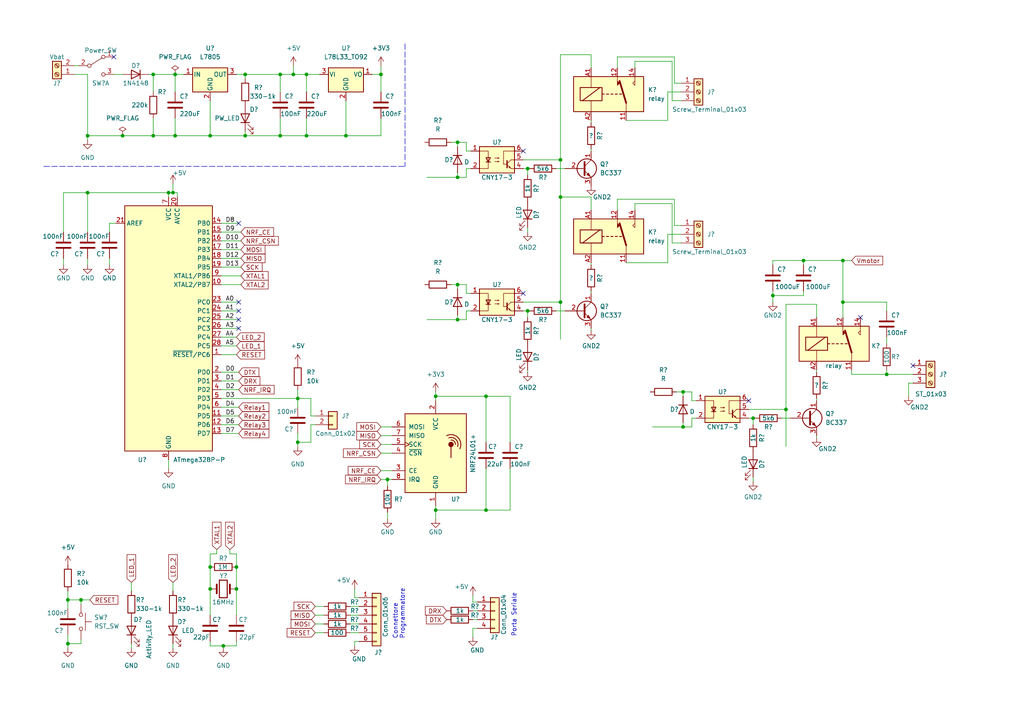
<source format=kicad_sch>
(kicad_sch (version 20211123) (generator eeschema)
  (paper "A4")
  (junction (at 68.58 170.815))
  (junction (at 257.175 108.585))
  (junction (at 162.56 87.63))
  (junction (at 112.395 139.065))
  (junction (at 48.895 55.88))
  (junction (at 19.685 186.69))
  (junction (at 162.56 46.355))
  (junction (at 218.44 121.285))
  (junction (at 126.365 147.955))
  (junction (at 44.45 21.59))
  (junction (at 81.28 21.59))
  (junction (at 132.715 41.275))
  (junction (at 132.715 51.435))
  (junction (at 88.9 39.37))
  (junction (at 153.035 48.895))
  (junction (at 100.33 39.37))
  (junction (at 227.965 118.745))
  (junction (at 85.09 21.59))
  (junction (at 244.475 75.565))
  (junction (at 198.12 113.665))
  (junction (at 60.96 170.815))
  (junction (at 140.97 147.955))
  (junction (at 71.12 39.37))
  (junction (at 140.97 114.935))
  (junction (at 224.155 85.725))
  (junction (at 162.56 57.15))
  (junction (at 132.715 92.71))
  (junction (at 60.96 39.37))
  (junction (at 44.45 39.37))
  (junction (at 81.28 39.37))
  (junction (at 153.035 90.17))
  (junction (at 50.8 21.59))
  (junction (at 110.49 21.59))
  (junction (at 244.475 87.63))
  (junction (at 86.36 115.57))
  (junction (at 23.495 173.99))
  (junction (at 35.56 39.37))
  (junction (at 50.8 39.37))
  (junction (at 198.12 123.825))
  (junction (at 68.58 164.465))
  (junction (at 88.9 21.59))
  (junction (at 25.4 39.37))
  (junction (at 233.045 75.565))
  (junction (at 132.715 82.55))
  (junction (at 50.165 55.88))
  (junction (at 64.77 187.325))
  (junction (at 25.4 55.88))
  (junction (at 19.685 173.99))
  (junction (at 60.96 164.465))
  (junction (at 71.12 21.59))
  (junction (at 86.36 128.27))
  (junction (at 126.365 114.935))
  (no_connect (at 69.215 92.71))
  (no_connect (at 69.215 64.77))
  (no_connect (at 249.555 92.075))
  (no_connect (at 264.795 106.045))
  (no_connect (at 151.765 43.815))
  (no_connect (at 217.17 116.205))
  (no_connect (at 69.215 90.17))
  (no_connect (at 33.02 16.51))
  (no_connect (at 69.215 87.63))
  (no_connect (at 69.215 95.25))
  (no_connect (at 151.765 85.09))
  (wire (pts (xy 140.97 128.27) (xy 140.97 114.935)))
  (wire (pts (xy 64.135 107.95) (xy 69.215 107.95)))
  (wire (pts (xy 60.96 39.37) (xy 60.96 29.21)))
  (wire (pts (xy 263.525 111.125) (xy 264.795 111.125)))
  (wire (pts (xy 257.175 107.315) (xy 257.175 108.585)))
  (wire (pts (xy 162.56 46.355) (xy 162.56 57.15)))
  (wire (pts (xy 64.135 90.17) (xy 69.215 90.17)))
  (wire (pts (xy 88.9 21.59) (xy 92.71 21.59)))
  (wire (pts (xy 86.36 128.27) (xy 86.36 125.73)))
  (wire (pts (xy 123.825 92.71) (xy 132.715 92.71)))
  (wire (pts (xy 25.4 67.31) (xy 25.4 55.88)))
  (wire (pts (xy 91.44 123.19) (xy 90.17 123.19)))
  (wire (pts (xy 101.6 175.895) (xy 104.14 175.895)))
  (wire (pts (xy 25.4 74.93) (xy 25.4 76.835)))
  (wire (pts (xy 68.58 160.655) (xy 68.58 164.465)))
  (wire (pts (xy 247.015 108.585) (xy 257.175 108.585)))
  (wire (pts (xy 64.135 72.39) (xy 69.85 72.39)))
  (wire (pts (xy 236.855 88.265) (xy 227.965 88.265)))
  (wire (pts (xy 171.45 19.685) (xy 171.45 15.875)))
  (wire (pts (xy 224.155 76.835) (xy 224.155 75.565)))
  (wire (pts (xy 147.955 135.89) (xy 147.955 147.955)))
  (wire (pts (xy 218.44 121.285) (xy 219.075 121.285)))
  (wire (pts (xy 136.525 43.815) (xy 135.255 43.815)))
  (wire (pts (xy 64.135 64.77) (xy 69.215 64.77)))
  (wire (pts (xy 198.12 113.665) (xy 200.66 113.665)))
  (wire (pts (xy 64.135 123.19) (xy 69.215 123.19)))
  (wire (pts (xy 130.81 41.275) (xy 132.715 41.275)))
  (wire (pts (xy 88.9 21.59) (xy 85.09 21.59)))
  (wire (pts (xy 244.475 87.63) (xy 257.175 87.63)))
  (wire (pts (xy 93.98 175.895) (xy 91.44 175.895)))
  (wire (pts (xy 247.015 108.585) (xy 247.015 107.315)))
  (wire (pts (xy 132.715 92.71) (xy 135.255 92.71)))
  (wire (pts (xy 23.495 173.99) (xy 26.035 173.99)))
  (wire (pts (xy 236.855 107.315) (xy 236.855 107.95)))
  (wire (pts (xy 44.45 34.29) (xy 44.45 39.37)))
  (wire (pts (xy 257.175 108.585) (xy 264.795 108.585)))
  (wire (pts (xy 136.525 48.895) (xy 135.255 48.895)))
  (wire (pts (xy 64.135 100.33) (xy 68.58 100.33)))
  (wire (pts (xy 224.155 84.455) (xy 224.155 85.725)))
  (wire (pts (xy 136.525 85.09) (xy 135.255 85.09)))
  (wire (pts (xy 90.17 120.65) (xy 91.44 120.65)))
  (wire (pts (xy 179.07 16.51) (xy 195.58 16.51)))
  (wire (pts (xy 25.4 39.37) (xy 35.56 39.37)))
  (wire (pts (xy 50.8 21.59) (xy 53.34 21.59)))
  (wire (pts (xy 60.96 160.655) (xy 60.96 164.465)))
  (wire (pts (xy 25.4 39.37) (xy 25.4 40.64)))
  (wire (pts (xy 135.255 82.55) (xy 135.255 85.09)))
  (wire (pts (xy 50.165 168.91) (xy 50.165 171.45)))
  (wire (pts (xy 179.07 19.685) (xy 179.07 16.51)))
  (wire (pts (xy 64.135 110.49) (xy 69.215 110.49)))
  (wire (pts (xy 33.655 64.77) (xy 31.75 64.77)))
  (wire (pts (xy 64.135 97.79) (xy 68.58 97.79)))
  (wire (pts (xy 102.87 173.355) (xy 104.14 173.355)))
  (wire (pts (xy 64.135 120.65) (xy 69.215 120.65)))
  (wire (pts (xy 195.58 16.51) (xy 195.58 24.13)))
  (wire (pts (xy 195.58 57.785) (xy 195.58 65.405)))
  (wire (pts (xy 90.17 123.19) (xy 90.17 128.27)))
  (wire (pts (xy 181.61 34.925) (xy 193.675 34.925)))
  (wire (pts (xy 244.475 87.63) (xy 244.475 92.075)))
  (wire (pts (xy 64.135 115.57) (xy 86.36 115.57)))
  (wire (pts (xy 151.765 46.355) (xy 162.56 46.355)))
  (wire (pts (xy 112.395 139.065) (xy 113.665 139.065)))
  (wire (pts (xy 126.365 150.495) (xy 126.365 147.955)))
  (wire (pts (xy 44.45 39.37) (xy 50.8 39.37)))
  (wire (pts (xy 68.58 178.435) (xy 68.58 170.815)))
  (wire (pts (xy 153.035 90.17) (xy 153.67 90.17)))
  (wire (pts (xy 171.45 34.925) (xy 171.45 35.56)))
  (wire (pts (xy 64.135 87.63) (xy 69.215 87.63)))
  (wire (pts (xy 233.045 85.725) (xy 224.155 85.725)))
  (wire (pts (xy 201.93 116.205) (xy 200.66 116.205)))
  (wire (pts (xy 153.035 92.075) (xy 153.035 90.17)))
  (wire (pts (xy 25.4 21.59) (xy 25.4 39.37)))
  (wire (pts (xy 64.135 82.55) (xy 69.85 82.55)))
  (wire (pts (xy 126.365 113.665) (xy 126.365 114.935)))
  (wire (pts (xy 130.81 82.55) (xy 132.715 82.55)))
  (wire (pts (xy 64.77 187.325) (xy 60.96 187.325)))
  (wire (pts (xy 140.97 147.955) (xy 126.365 147.955)))
  (wire (pts (xy 68.58 164.465) (xy 68.58 170.815)))
  (wire (pts (xy 31.75 74.93) (xy 31.75 76.835)))
  (wire (pts (xy 31.75 64.77) (xy 31.75 67.31)))
  (wire (pts (xy 38.1 186.69) (xy 38.1 187.96)))
  (wire (pts (xy 137.16 182.245) (xy 137.16 184.785)))
  (wire (pts (xy 100.33 29.21) (xy 100.33 39.37)))
  (wire (pts (xy 50.165 53.34) (xy 50.165 55.88)))
  (wire (pts (xy 184.15 59.055) (xy 194.945 59.055)))
  (wire (pts (xy 194.945 70.485) (xy 197.485 70.485)))
  (wire (pts (xy 193.675 67.945) (xy 193.675 76.2)))
  (wire (pts (xy 110.49 139.065) (xy 112.395 139.065)))
  (wire (pts (xy 91.44 178.435) (xy 93.98 178.435)))
  (wire (pts (xy 132.715 82.55) (xy 135.255 82.55)))
  (wire (pts (xy 171.45 60.96) (xy 171.45 57.15)))
  (wire (pts (xy 195.58 65.405) (xy 197.485 65.405)))
  (wire (pts (xy 147.955 114.935) (xy 140.97 114.935)))
  (wire (pts (xy 60.96 170.815) (xy 60.96 164.465)))
  (wire (pts (xy 151.765 48.895) (xy 153.035 48.895)))
  (wire (pts (xy 263.525 111.125) (xy 263.525 114.935)))
  (wire (pts (xy 100.33 39.37) (xy 88.9 39.37)))
  (wire (pts (xy 68.58 186.055) (xy 68.58 187.325)))
  (wire (pts (xy 197.485 67.945) (xy 193.675 67.945)))
  (wire (pts (xy 19.685 186.69) (xy 19.685 184.15)))
  (wire (pts (xy 91.44 180.975) (xy 93.98 180.975)))
  (wire (pts (xy 233.045 84.455) (xy 233.045 85.725)))
  (wire (pts (xy 244.475 75.565) (xy 244.475 87.63)))
  (wire (pts (xy 60.96 178.435) (xy 60.96 170.815)))
  (wire (pts (xy 140.97 114.935) (xy 126.365 114.935)))
  (wire (pts (xy 23.495 175.26) (xy 23.495 173.99)))
  (wire (pts (xy 50.8 39.37) (xy 60.96 39.37)))
  (wire (pts (xy 86.36 115.57) (xy 86.36 118.11)))
  (wire (pts (xy 50.8 21.59) (xy 50.8 26.67)))
  (wire (pts (xy 218.44 138.43) (xy 218.44 139.7)))
  (wire (pts (xy 48.895 57.15) (xy 48.895 55.88)))
  (wire (pts (xy 194.945 29.21) (xy 197.485 29.21)))
  (wire (pts (xy 64.135 95.25) (xy 69.215 95.25)))
  (wire (pts (xy 64.135 74.93) (xy 69.85 74.93)))
  (wire (pts (xy 102.87 187.325) (xy 102.87 186.055)))
  (wire (pts (xy 112.395 139.065) (xy 112.395 140.97)))
  (wire (pts (xy 217.17 121.285) (xy 218.44 121.285)))
  (wire (pts (xy 101.6 178.435) (xy 104.14 178.435)))
  (wire (pts (xy 197.485 26.67) (xy 193.675 26.67)))
  (wire (pts (xy 18.415 55.88) (xy 25.4 55.88)))
  (wire (pts (xy 64.135 102.87) (xy 68.58 102.87)))
  (wire (pts (xy 64.135 77.47) (xy 69.85 77.47)))
  (wire (pts (xy 137.16 172.72) (xy 137.16 174.625)))
  (wire (pts (xy 51.435 55.88) (xy 51.435 57.15)))
  (wire (pts (xy 62.865 159.385) (xy 62.865 160.655)))
  (wire (pts (xy 123.825 51.435) (xy 132.715 51.435)))
  (wire (pts (xy 60.96 39.37) (xy 71.12 39.37)))
  (wire (pts (xy 140.97 135.89) (xy 140.97 147.955)))
  (wire (pts (xy 38.1 168.91) (xy 38.1 171.45)))
  (wire (pts (xy 23.495 185.42) (xy 23.495 186.69)))
  (wire (pts (xy 132.715 50.165) (xy 132.715 51.435)))
  (wire (pts (xy 90.17 128.27) (xy 86.36 128.27)))
  (wire (pts (xy 48.895 55.88) (xy 50.165 55.88)))
  (wire (pts (xy 224.155 75.565) (xy 233.045 75.565)))
  (wire (pts (xy 184.15 60.96) (xy 184.15 59.055)))
  (wire (pts (xy 138.43 174.625) (xy 137.16 174.625)))
  (wire (pts (xy 171.45 84.455) (xy 171.45 85.09)))
  (wire (pts (xy 227.965 88.265) (xy 227.965 118.745)))
  (wire (pts (xy 110.49 26.67) (xy 110.49 21.59)))
  (wire (pts (xy 227.965 118.745) (xy 227.965 129.54)))
  (wire (pts (xy 64.135 118.11) (xy 69.215 118.11)))
  (wire (pts (xy 110.49 123.825) (xy 113.665 123.825)))
  (wire (pts (xy 64.135 69.85) (xy 69.85 69.85)))
  (wire (pts (xy 233.045 75.565) (xy 244.475 75.565)))
  (wire (pts (xy 132.715 41.275) (xy 135.255 41.275)))
  (wire (pts (xy 181.61 76.2) (xy 193.675 76.2)))
  (wire (pts (xy 68.58 160.655) (xy 66.675 160.655)))
  (wire (pts (xy 21.59 21.59) (xy 25.4 21.59)))
  (wire (pts (xy 43.18 21.59) (xy 44.45 21.59)))
  (wire (pts (xy 110.49 19.05) (xy 110.49 21.59)))
  (wire (pts (xy 71.12 39.37) (xy 81.28 39.37)))
  (wire (pts (xy 135.255 90.17) (xy 135.255 92.71)))
  (wire (pts (xy 50.165 55.88) (xy 51.435 55.88)))
  (wire (pts (xy 66.675 159.385) (xy 66.675 160.655)))
  (wire (pts (xy 101.6 183.515) (xy 104.14 183.515)))
  (wire (pts (xy 91.44 183.515) (xy 93.98 183.515)))
  (wire (pts (xy 19.685 186.69) (xy 19.685 187.96)))
  (wire (pts (xy 151.765 90.17) (xy 153.035 90.17)))
  (wire (pts (xy 48.895 133.35) (xy 48.895 135.89)))
  (wire (pts (xy 25.4 55.88) (xy 48.895 55.88)))
  (wire (pts (xy 138.43 182.245) (xy 137.16 182.245)))
  (wire (pts (xy 153.035 50.8) (xy 153.035 48.895)))
  (polyline (pts (xy 117.475 12.7) (xy 117.475 48.26)))
  (wire (pts (xy 112.395 148.59) (xy 112.395 150.495)))
  (wire (pts (xy 64.77 187.325) (xy 64.77 187.96)))
  (wire (pts (xy 194.945 17.78) (xy 194.945 29.21)))
  (wire (pts (xy 137.16 179.705) (xy 138.43 179.705)))
  (wire (pts (xy 64.135 125.73) (xy 69.215 125.73)))
  (wire (pts (xy 136.525 90.17) (xy 135.255 90.17)))
  (wire (pts (xy 135.255 48.895) (xy 135.255 51.435)))
  (wire (pts (xy 132.715 41.275) (xy 132.715 42.545)))
  (wire (pts (xy 71.12 21.59) (xy 71.12 22.86)))
  (wire (pts (xy 110.49 136.525) (xy 113.665 136.525)))
  (wire (pts (xy 88.9 39.37) (xy 81.28 39.37)))
  (wire (pts (xy 171.45 76.2) (xy 171.45 76.835)))
  (wire (pts (xy 88.9 26.67) (xy 88.9 21.59)))
  (wire (pts (xy 151.765 87.63) (xy 162.56 87.63)))
  (wire (pts (xy 195.58 24.13) (xy 197.485 24.13)))
  (wire (pts (xy 85.09 19.05) (xy 85.09 21.59)))
  (wire (pts (xy 110.49 128.905) (xy 113.665 128.905)))
  (wire (pts (xy 90.17 115.57) (xy 86.36 115.57)))
  (wire (pts (xy 85.09 21.59) (xy 81.28 21.59)))
  (wire (pts (xy 171.45 15.875) (xy 162.56 15.875)))
  (wire (pts (xy 64.135 80.01) (xy 69.85 80.01)))
  (wire (pts (xy 184.15 19.685) (xy 184.15 17.78)))
  (wire (pts (xy 102.87 170.815) (xy 102.87 173.355)))
  (wire (pts (xy 44.45 21.59) (xy 44.45 26.67)))
  (wire (pts (xy 86.36 128.27) (xy 86.36 129.54)))
  (wire (pts (xy 19.685 173.99) (xy 19.685 176.53)))
  (wire (pts (xy 137.16 177.165) (xy 138.43 177.165)))
  (wire (pts (xy 110.49 21.59) (xy 107.95 21.59)))
  (wire (pts (xy 64.135 113.03) (xy 69.215 113.03)))
  (wire (pts (xy 196.215 113.665) (xy 198.12 113.665)))
  (wire (pts (xy 200.66 113.665) (xy 200.66 116.205)))
  (wire (pts (xy 171.45 43.18) (xy 171.45 43.815)))
  (wire (pts (xy 147.955 128.27) (xy 147.955 114.935)))
  (wire (pts (xy 236.855 115.57) (xy 236.855 116.205)))
  (wire (pts (xy 161.29 48.895) (xy 163.83 48.895)))
  (wire (pts (xy 110.49 34.29) (xy 110.49 39.37)))
  (wire (pts (xy 90.17 115.57) (xy 90.17 120.65)))
  (wire (pts (xy 162.56 87.63) (xy 162.56 98.425)))
  (wire (pts (xy 102.87 186.055) (xy 104.14 186.055)))
  (wire (pts (xy 86.36 113.03) (xy 86.36 115.57)))
  (wire (pts (xy 147.955 147.955) (xy 140.97 147.955)))
  (wire (pts (xy 71.12 38.1) (xy 71.12 39.37)))
  (wire (pts (xy 23.495 173.99) (xy 19.685 173.99)))
  (wire (pts (xy 68.58 187.325) (xy 64.77 187.325)))
  (wire (pts (xy 64.135 92.71) (xy 69.215 92.71)))
  (polyline (pts (xy 12.7 48.26) (xy 117.475 48.26)))
  (wire (pts (xy 126.365 114.935) (xy 126.365 116.205)))
  (wire (pts (xy 23.495 186.69) (xy 19.685 186.69)))
  (wire (pts (xy 64.135 67.31) (xy 69.85 67.31)))
  (wire (pts (xy 135.255 41.275) (xy 135.255 43.815)))
  (wire (pts (xy 162.56 57.15) (xy 162.56 87.63)))
  (wire (pts (xy 257.175 90.17) (xy 257.175 87.63)))
  (wire (pts (xy 224.155 85.725) (xy 224.155 87.63)))
  (wire (pts (xy 179.07 60.96) (xy 179.07 57.785)))
  (wire (pts (xy 171.45 95.25) (xy 171.45 95.885)))
  (wire (pts (xy 189.23 123.825) (xy 198.12 123.825)))
  (wire (pts (xy 217.17 118.745) (xy 227.965 118.745)))
  (wire (pts (xy 233.045 75.565) (xy 233.045 76.835)))
  (wire (pts (xy 44.45 21.59) (xy 50.8 21.59)))
  (wire (pts (xy 153.035 48.895) (xy 153.67 48.895)))
  (wire (pts (xy 198.12 122.555) (xy 198.12 123.825)))
  (wire (pts (xy 132.715 51.435) (xy 135.255 51.435)))
  (wire (pts (xy 132.715 91.44) (xy 132.715 92.71)))
  (wire (pts (xy 68.58 21.59) (xy 71.12 21.59)))
  (wire (pts (xy 81.28 34.29) (xy 81.28 39.37)))
  (wire (pts (xy 21.59 19.05) (xy 22.86 19.05)))
  (wire (pts (xy 101.6 180.975) (xy 104.14 180.975)))
  (wire (pts (xy 132.715 82.55) (xy 132.715 83.82)))
  (wire (pts (xy 81.28 21.59) (xy 81.28 26.67)))
  (wire (pts (xy 71.12 21.59) (xy 81.28 21.59)))
  (wire (pts (xy 35.56 39.37) (xy 44.45 39.37)))
  (wire (pts (xy 193.675 26.67) (xy 193.675 34.925)))
  (wire (pts (xy 236.855 92.075) (xy 236.855 88.265)))
  (wire (pts (xy 171.45 57.15) (xy 162.56 57.15)))
  (wire (pts (xy 257.175 97.79) (xy 257.175 99.695)))
  (wire (pts (xy 162.56 15.875) (xy 162.56 46.355)))
  (wire (pts (xy 198.12 123.825) (xy 200.66 123.825)))
  (wire (pts (xy 153.035 66.04) (xy 153.035 67.31)))
  (wire (pts (xy 50.8 34.29) (xy 50.8 39.37)))
  (wire (pts (xy 60.96 186.055) (xy 60.96 187.325)))
  (wire (pts (xy 19.685 171.45) (xy 19.685 173.99)))
  (wire (pts (xy 200.66 121.285) (xy 200.66 123.825)))
  (wire (pts (xy 110.49 126.365) (xy 113.665 126.365)))
  (wire (pts (xy 161.29 90.17) (xy 163.83 90.17)))
  (wire (pts (xy 244.475 75.565) (xy 247.015 75.565)))
  (wire (pts (xy 201.93 121.285) (xy 200.66 121.285)))
  (wire (pts (xy 194.945 59.055) (xy 194.945 70.485)))
  (wire (pts (xy 126.365 147.955) (xy 126.365 146.685)))
  (wire (pts (xy 33.02 21.59) (xy 35.56 21.59)))
  (wire (pts (xy 218.44 123.19) (xy 218.44 121.285)))
  (wire (pts (xy 236.855 127) (xy 236.855 126.365)))
  (wire (pts (xy 110.49 131.445) (xy 113.665 131.445)))
  (wire (pts (xy 198.12 113.665) (xy 198.12 114.935)))
  (wire (pts (xy 18.415 67.31) (xy 18.415 55.88)))
  (wire (pts (xy 62.865 160.655) (xy 60.96 160.655)))
  (wire (pts (xy 184.15 17.78) (xy 194.945 17.78)))
  (wire (pts (xy 18.415 74.93) (xy 18.415 76.835)))
  (wire (pts (xy 110.49 39.37) (xy 100.33 39.37)))
  (wire (pts (xy 226.695 121.285) (xy 229.235 121.285)))
  (wire (pts (xy 50.165 186.69) (xy 50.165 187.96)))
  (wire (pts (xy 88.9 34.29) (xy 88.9 39.37)))
  (wire (pts (xy 179.07 57.785) (xy 195.58 57.785)))
  (wire (pts (xy 153.035 107.95) (xy 153.035 107.315)))
  (text "Porta Seriale\n" (at 149.86 184.785 90) (effects (font (size 1.27 1.27)) (justify left bottom)))
  (text "Connettore \nProgrammatore" (at 117.475 185.42 90) (effects (font (size 1.27 1.27)) (justify left bottom)))
  (label "D11" (at 65.405 72.39 0))
  (label "D12" (at 65.405 74.93 0))
  (label "A2" (at 65.405 92.71 0))
  (label "D8" (at 65.405 64.77 0))
  (label "A5" (at 65.405 100.33 0))
  (label "D3" (at 65.405 115.57 0))
  (label "D4" (at 65.405 118.11 0))
  (label "D7" (at 65.405 125.73 0))
  (label "D10" (at 65.405 69.85 0))
  (label "D1" (at 65.405 110.49 0))
  (label "D2" (at 65.405 113.03 0))
  (label "D6" (at 65.405 123.19 0))
  (label "D13" (at 65.405 77.47 0))
  (label "A3" (at 65.405 95.25 0))
  (label "D5" (at 65.405 120.65 0))
  (label "D9" (at 65.405 67.31 0))
  (label "A0" (at 65.405 87.63 0))
  (label "D0" (at 65.405 107.95 0))
  (label "A4" (at 65.405 97.79 0))
  (label "A1" (at 65.405 90.17 0))
  (global_label "XTAL2" (shape input) (at 69.85 82.55 0) (property "Intersheet References" "${INTERSHEET_REFS}" (effects hide)))
  (global_label "Relay4" (shape input) (at 69.215 125.73 0) (property "Intersheet References" "${INTERSHEET_REFS}" (effects hide)))
  (global_label "SCK" (shape input) (at 69.85 77.47 0) (property "Intersheet References" "${INTERSHEET_REFS}" (effects hide)))
  (global_label "Relay2" (shape input) (at 69.215 120.65 0) (property "Intersheet References" "${INTERSHEET_REFS}" (effects hide)))
  (global_label "NRF_CSN" (shape input) (at 69.85 69.85 0) (property "Intersheet References" "${INTERSHEET_REFS}" (effects hide)))
  (global_label "SCK" (shape input) (at 110.49 128.905 180) (property "Intersheet References" "${INTERSHEET_REFS}" (effects hide)))
  (global_label "LED_1" (shape input) (at 38.1 168.91 90) (property "Intersheet References" "${INTERSHEET_REFS}" (effects hide)))
  (global_label "XTAL2" (shape input) (at 66.675 159.385 90) (property "Intersheet References" "${INTERSHEET_REFS}" (effects hide)))
  (global_label "MOSI" (shape input) (at 69.85 72.39 0) (property "Intersheet References" "${INTERSHEET_REFS}" (effects hide)))
  (global_label "Relay1" (shape input) (at 69.215 118.11 0) (property "Intersheet References" "${INTERSHEET_REFS}" (effects hide)))
  (global_label "MISO" (shape input) (at 110.49 126.365 180) (property "Intersheet References" "${INTERSHEET_REFS}" (effects hide)))
  (global_label "DRX" (shape input) (at 129.54 177.165 180) (property "Intersheet References" "${INTERSHEET_REFS}" (effects hide)))
  (global_label "MISO" (shape input) (at 91.44 178.435 180) (property "Intersheet References" "${INTERSHEET_REFS}" (effects hide)))
  (global_label "RESET" (shape input) (at 26.035 173.99 0) (property "Intersheet References" "${INTERSHEET_REFS}" (effects hide)))
  (global_label "RESET" (shape input) (at 68.58 102.87 0) (property "Intersheet References" "${INTERSHEET_REFS}" (effects hide)))
  (global_label "XTAL1" (shape input) (at 69.85 80.01 0) (property "Intersheet References" "${INTERSHEET_REFS}" (effects hide)))
  (global_label "MISO" (shape input) (at 69.85 74.93 0) (property "Intersheet References" "${INTERSHEET_REFS}" (effects hide)))
  (global_label "DTX" (shape input) (at 69.215 107.95 0) (property "Intersheet References" "${INTERSHEET_REFS}" (effects hide)))
  (global_label "Relay3" (shape input) (at 69.215 123.19 0) (property "Intersheet References" "${INTERSHEET_REFS}" (effects hide)))
  (global_label "NRF_IRQ" (shape input) (at 110.49 139.065 180) (property "Intersheet References" "${INTERSHEET_REFS}" (effects hide)))
  (global_label "NRF_CSN" (shape input) (at 110.49 131.445 180) (property "Intersheet References" "${INTERSHEET_REFS}" (effects hide)))
  (global_label "MOSI" (shape input) (at 110.49 123.825 180) (property "Intersheet References" "${INTERSHEET_REFS}" (effects hide)))
  (global_label "NRF_CE" (shape input) (at 69.85 67.31 0) (property "Intersheet References" "${INTERSHEET_REFS}" (effects hide)))
  (global_label "NRF_CE" (shape input) (at 110.49 136.525 180) (property "Intersheet References" "${INTERSHEET_REFS}" (effects hide)))
  (global_label "LED_2" (shape input) (at 68.58 97.79 0) (property "Intersheet References" "${INTERSHEET_REFS}" (effects hide)))
  (global_label "LED_2" (shape input) (at 50.165 168.91 90) (property "Intersheet References" "${INTERSHEET_REFS}" (effects hide)))
  (global_label "DRX" (shape input) (at 69.215 110.49 0) (property "Intersheet References" "${INTERSHEET_REFS}" (effects hide)))
  (global_label "XTAL1" (shape input) (at 62.865 159.385 90) (property "Intersheet References" "${INTERSHEET_REFS}" (effects hide)))
  (global_label "RESET" (shape input) (at 91.44 183.515 180) (property "Intersheet References" "${INTERSHEET_REFS}" (effects hide)))
  (global_label "Vmotor" (shape input) (at 247.015 75.565 0) (property "Intersheet References" "${INTERSHEET_REFS}" (effects hide)))
  (global_label "DTX" (shape input) (at 129.54 179.705 180) (property "Intersheet References" "${INTERSHEET_REFS}" (effects hide)))
  (global_label "MOSI" (shape input) (at 91.44 180.975 180) (property "Intersheet References" "${INTERSHEET_REFS}" (effects hide)))
  (global_label "LED_1" (shape input) (at 68.58 100.33 0) (property "Intersheet References" "${INTERSHEET_REFS}" (effects hide)))
  (global_label "NRF_IRQ" (shape input) (at 69.215 113.03 0) (property "Intersheet References" "${INTERSHEET_REFS}" (effects hide)))
  (global_label "SCK" (shape input) (at 91.44 175.895 180) (property "Intersheet References" "${INTERSHEET_REFS}" (effects hide)))
  (symbol (lib_id "Connector_Generic:Conn_01x02") (at 96.52 120.65 0) (unit 1)
    (property "Reference" "J?" (at 99.06 120.6499 0) (effects (justify left)))
    (property "Value" "Conn_01x02" (at 91.44 125.73 0) (effects (justify left)))
  )
  (symbol (lib_id "power:GND") (at 50.165 187.96 0) (unit 1)
    (property "Reference" "#PWR?" (effects hide))
    (property "Value" "GND" (at 50.165 193.04 0))
  )
  (symbol (lib_id "Device:R") (at 153.035 54.61 180) (unit 1)
    (property "Reference" "R?" (at 155.575 54.61 90))
    (property "Value" "1k" (at 153.035 54.61 90))
  )
  (symbol (lib_id "power:GND") (at 64.77 187.96 0) (unit 1)
    (property "Reference" "#PWR?" (effects hide))
    (property "Value" "GND" (at 64.77 193.04 0))
  )
  (symbol (lib_id "Device:D") (at 132.715 46.355 270) (unit 1)
    (property "Reference" "D?" (at 128.905 46.355 90) (effects (justify left)))
    (property "Value" "D" (at 134.62 46.99 90) (effects (justify left)))
  )
  (symbol (lib_id "Transistor_BJT:BC337") (at 234.315 121.285 0) (unit 1)
    (property "Reference" "Q?" (at 239.395 120.0149 0) (effects (justify left)))
    (property "Value" "BC337" (at 239.395 122.5549 0) (effects (justify left)))
    (property "Footprint" "Package_TO_SOT_THT:TO-92_Inline" (effects hide))
    (property "Datasheet" "https://diotec.com/tl_files/diotec/files/pdf/datasheets/bc337.pdf" (effects hide))
  )
  (symbol (lib_id "Isolator:CNY17-3") (at 144.145 87.63 0) (unit 1)
    (property "Reference" "U?" (at 144.145 82.55 0))
    (property "Value" "CNY17-3" (at 144.145 92.71 0))
    (property "Datasheet" "http://www.vishay.com/docs/83606/cny17.pdf" (effects hide))
  )
  (symbol (lib_id "Device:R") (at 192.405 113.665 90) (unit 1)
    (property "Reference" "R?" (at 192.405 107.315 90))
    (property "Value" "R" (at 192.405 109.855 90))
  )
  (symbol (lib_id "Regulator_Linear:L7805") (at 60.96 21.59 0) (unit 1)
    (property "Reference" "U?" (at 60.96 13.97 0))
    (property "Value" "L7805" (at 60.96 16.51 0))
    (property "Footprint" "Package_TO_SOT_THT:TO-220-3_Horizontal_TabDown" (effects hide))
    (property "Datasheet" "http://www.st.com/content/ccc/resource/technical/document/datasheet/41/4f/b3/b0/12/d4/47/88/CD00000444.pdf/files/CD00000444.pdf/jcr:content/translations/en.CD00000444.pdf" (effects hide))
  )
  (symbol (lib_id "Device:R") (at 64.77 164.465 90) (mirror x) (unit 1)
    (property "Reference" "R?" (at 66.04 161.925 90) (effects (justify left)))
    (property "Value" "1M" (at 66.04 164.465 90) (effects (justify left)))
    (property "Footprint" "Resistor_THT:R_Axial_DIN0207_L6.3mm_D2.5mm_P10.16mm_Horizontal" (effects hide))
  )
  (symbol (lib_id "power:GND2") (at 171.45 95.885 0) (unit 1)
    (property "Reference" "#PWR?" (effects hide))
    (property "Value" "GND2" (at 171.45 100.33 0))
  )
  (symbol (lib_id "Device:C") (at 60.96 182.245 180) (unit 1)
    (property "Reference" "C?" (at 62.865 179.705 0))
    (property "Value" "22pF" (at 58.42 184.785 0))
    (property "Footprint" "Capacitor_THT:C_Disc_D7.0mm_W2.5mm_P5.00mm" (effects hide))
  )
  (symbol (lib_id "Device:C") (at 257.175 93.98 0) (unit 1)
    (property "Reference" "C?" (at 258.445 91.44 0) (effects (justify left)))
    (property "Value" "100nF" (at 257.175 96.52 0) (effects (justify left)))
    (property "Footprint" "Capacitor_THT:C_Disc_D7.0mm_W2.5mm_P5.00mm" (effects hide))
  )
  (symbol (lib_id "power:GND2") (at 236.855 127 0) (unit 1)
    (property "Reference" "#PWR?" (effects hide))
    (property "Value" "GND2" (at 240.03 130.175 0))
  )
  (symbol (lib_id "Device:C") (at 68.58 182.245 180) (unit 1)
    (property "Reference" "C?" (at 70.485 179.705 0))
    (property "Value" "22pF" (at 71.755 184.785 0))
    (property "Footprint" "Capacitor_THT:C_Disc_D7.0mm_W2.5mm_P5.00mm" (effects hide))
  )
  (symbol (lib_id "Relay:FINDER-40.41") (at 176.53 27.305 0) (unit 1)
    (property "Reference" "K?" (at 187.96 26.0349 0) (effects (justify left)))
    (property "Value" "relay" (at 187.96 28.5749 0) (effects (justify left)))
    (property "Footprint" "Relay_THT:Relay_SPDT_Finder_40.41" (effects hide))
    (property "Datasheet" "https://www.finder-relais.net/de/finder-relais-serie-40.pdf" (effects hide))
  )
  (symbol (lib_id "Connector_Generic:Conn_01x06") (at 109.22 178.435 0) (unit 1)
    (property "Reference" "J?" (at 108.585 189.23 0) (effects (justify left)))
    (property "Value" "Conn_01x06" (at 111.76 184.785 90) (effects (justify left)))
  )
  (symbol (lib_id "Device:C") (at 81.28 30.48 0) (unit 1)
    (property "Reference" "C?" (at 82.55 27.94 0) (effects (justify left)))
    (property "Value" "100nF" (at 81.28 33.02 0) (effects (justify left)))
    (property "Footprint" "Capacitor_THT:C_Disc_D7.0mm_W2.5mm_P5.00mm" (effects hide))
  )
  (symbol (lib_id "RF:NRF24L01_Breakout") (at 126.365 131.445 0) (unit 1)
    (property "Reference" "U?" (at 130.81 144.78 0) (effects (justify left)))
    (property "Value" "NRF24L01+" (at 137.16 137.16 90) (effects (justify left)))
    (property "Footprint" "RF_Module:nRF24L01_Breakout" (effects hide))
    (property "Datasheet" "http://www.nordicsemi.com/eng/content/download/2730/34105/file/nRF24L01_Product_Specification_v2_0.pdf" (effects hide))
  )
  (symbol (lib_id "power:+5V") (at 102.87 170.815 0) (unit 1)
    (property "Reference" "#PWR?" (effects hide))
    (property "Value" "+5V" (at 101.6 168.275 0) (effects (justify right)))
  )
  (symbol (lib_id "Device:C") (at 18.415 71.12 180) (unit 1)
    (property "Reference" "C?" (at 17.145 73.66 0) (effects (justify left)))
    (property "Value" "100nF" (at 18.415 68.58 0) (effects (justify left)))
    (property "Footprint" "Capacitor_THT:C_Disc_D7.0mm_W2.5mm_P5.00mm" (effects hide))
  )
  (symbol (lib_id "power:GND") (at 25.4 40.64 0) (unit 1)
    (property "Reference" "#PWR?" (effects hide))
    (property "Value" "GND" (at 25.4 45.72 0))
  )
  (symbol (lib_id "Device:R") (at 171.45 39.37 180) (unit 1)
    (property "Reference" "R?" (at 173.99 39.37 90))
    (property "Value" "?" (at 171.45 39.37 0))
  )
  (symbol (lib_id "power:GND") (at 126.365 150.495 0) (unit 1)
    (property "Reference" "#PWR?" (effects hide))
    (property "Value" "GND" (at 126.365 154.305 0))
  )
  (symbol (lib_id "power:GND") (at 48.895 135.89 0) (unit 1)
    (property "Reference" "#PWR?" (effects hide))
    (property "Value" "GND" (at 48.895 140.97 0))
  )
  (symbol (lib_id "Regulator_Linear:L78L33_TO92") (at 100.33 21.59 0) (unit 1)
    (property "Reference" "U?" (at 100.33 13.97 0))
    (property "Value" "L78L33_TO92" (at 100.33 16.51 0))
    (property "Footprint" "Package_TO_SOT_THT:TO-92_Inline" (effects hide))
    (property "Datasheet" "http://www.st.com/content/ccc/resource/technical/document/datasheet/15/55/e5/aa/23/5b/43/fd/CD00000446.pdf/files/CD00000446.pdf/jcr:content/translations/en.CD00000446.pdf" (effects hide))
  )
  (symbol (lib_id "Device:R") (at 171.45 80.645 180) (unit 1)
    (property "Reference" "R?" (at 173.99 80.645 90))
    (property "Value" "?" (at 171.45 80.645 0))
  )
  (symbol (lib_id "Connector_Generic:Conn_01x04") (at 143.51 177.165 0) (unit 1)
    (property "Reference" "J?" (at 142.24 184.785 0) (effects (justify left)))
    (property "Value" "Conn_01x04" (at 146.05 184.15 90) (effects (justify left)))
  )
  (symbol (lib_id "Switch:SW_DPDT_x2") (at 27.94 19.05 0) (unit 1)
    (property "Reference" "SW?" (at 29.21 24.13 0))
    (property "Value" "Power_SW" (at 29.21 14.605 0))
    (property "Footprint" "Button_Switch_THT:SW_CuK_JS202011CQN_DPDT_Straight" (effects hide))
  )
  (symbol (lib_id "Device:C") (at 86.36 121.92 180) (unit 1)
    (property "Reference" "C?" (at 85.09 124.46 0) (effects (justify left)))
    (property "Value" "100nF" (at 86.36 119.38 0) (effects (justify left)))
    (property "Footprint" "Capacitor_THT:C_Disc_D7.0mm_W2.5mm_P5.00mm" (effects hide))
  )
  (symbol (lib_id "Device:R") (at 50.165 175.26 0) (unit 1)
    (property "Reference" "R?" (at 51.435 173.99 0) (effects (justify left)))
    (property "Value" "330-1k" (at 51.435 176.53 0) (effects (justify left)))
    (property "Footprint" "Resistor_THT:R_Axial_DIN0207_L6.3mm_D2.5mm_P10.16mm_Horizontal" (effects hide))
  )
  (symbol (lib_id "Device:R") (at 86.36 109.22 0) (unit 1)
    (property "Reference" "R?" (at 88.9 107.9499 0) (effects (justify left)))
    (property "Value" "10k" (at 88.9 110.4899 0) (effects (justify left)))
    (property "Footprint" "Resistor_THT:R_Axial_DIN0207_L6.3mm_D2.5mm_P10.16mm_Horizontal" (effects hide))
  )
  (symbol (lib_id "Device:R") (at 97.79 183.515 90) (unit 1)
    (property "Reference" "R?" (at 104.14 182.245 90) (effects (justify left)))
    (property "Value" "100" (at 99.695 183.515 90) (effects (justify left)))
    (property "Footprint" "Resistor_THT:R_Axial_DIN0207_L6.3mm_D2.5mm_P10.16mm_Horizontal" (effects hide))
  )
  (symbol (lib_id "power:+5V") (at 85.09 19.05 0) (unit 1)
    (property "Reference" "#PWR?" (effects hide))
    (property "Value" "+5V" (at 85.09 13.97 0))
  )
  (symbol (lib_id "Transistor_BJT:BC337") (at 168.91 48.895 0) (unit 1)
    (property "Reference" "Q?" (at 173.99 47.6249 0) (effects (justify left)))
    (property "Value" "BC337" (at 173.99 50.1649 0) (effects (justify left)))
    (property "Footprint" "Package_TO_SOT_THT:TO-92_Inline" (effects hide))
    (property "Datasheet" "https://diotec.com/tl_files/diotec/files/pdf/datasheets/bc337.pdf" (effects hide))
  )
  (symbol (lib_id "Isolator:CNY17-3") (at 144.145 46.355 0) (unit 1)
    (property "Reference" "U?" (at 144.145 41.275 0))
    (property "Value" "CNY17-3" (at 144.145 51.435 0))
    (property "Datasheet" "http://www.vishay.com/docs/83606/cny17.pdf" (effects hide))
  )
  (symbol (lib_id "power:GND") (at 102.87 187.325 0) (unit 1)
    (property "Reference" "#PWR?" (effects hide))
    (property "Value" "GND" (at 104.14 191.135 0))
  )
  (symbol (lib_id "power:GND2") (at 263.525 114.935 0) (unit 1)
    (property "Reference" "#PWR?" (effects hide))
    (property "Value" "GND2" (at 266.7 118.11 0))
  )
  (symbol (lib_id "Device:R") (at 157.48 48.895 90) (unit 1)
    (property "Reference" "R?" (at 157.48 51.435 90))
    (property "Value" "5k6" (at 157.48 48.895 90))
  )
  (symbol (lib_id "Device:LED") (at 153.035 103.505 270) (mirror x) (unit 1)
    (property "Reference" "D?" (at 155.575 103.505 0))
    (property "Value" "LED" (at 150.495 102.87 0))
  )
  (symbol (lib_id "Device:R") (at 257.175 103.505 180) (unit 1)
    (property "Reference" "R?" (at 260.985 103.505 0) (effects (justify left)))
    (property "Value" "100" (at 257.175 101.6 90) (effects (justify left)))
    (property "Footprint" "Resistor_THT:R_Axial_DIN0207_L6.3mm_D2.5mm_P10.16mm_Horizontal" (effects hide))
  )
  (symbol (lib_id "Device:C") (at 224.155 80.645 0) (unit 1)
    (property "Reference" "C?" (at 225.425 78.105 0) (effects (justify left)))
    (property "Value" "1000uF" (at 224.79 83.185 0) (effects (justify left)))
    (property "Footprint" "Capacitor_THT:C_Disc_D7.0mm_W2.5mm_P5.00mm" (effects hide))
  )
  (symbol (lib_id "power:PWR_FLAG") (at 35.56 39.37 0) (unit 1)
    (property "Reference" "#FLG?" (effects hide))
    (property "Value" "PWR_FLAG" (at 35.56 34.29 0))
  )
  (symbol (lib_id "Device:R") (at 19.685 167.64 0) (unit 1)
    (property "Reference" "R?" (at 22.225 166.3699 0) (effects (justify left)))
    (property "Value" "10k" (at 22.225 168.9099 0) (effects (justify left)))
    (property "Footprint" "Resistor_THT:R_Axial_DIN0207_L6.3mm_D2.5mm_P10.16mm_Horizontal" (effects hide))
  )
  (symbol (lib_id "Relay:FINDER-40.41") (at 241.935 99.695 0) (unit 1)
    (property "Reference" "K?" (at 252.73 100.33 0) (effects (justify left)))
    (property "Value" "relay" (at 239.395 106.045 0) (effects (justify left)))
    (property "Footprint" "Relay_THT:Relay_SPDT_Finder_40.41" (effects hide))
    (property "Datasheet" "https://www.finder-relais.net/de/finder-relais-serie-40.pdf" (effects hide))
  )
  (symbol (lib_id "power:GND2") (at 218.44 139.7 0) (unit 1)
    (property "Reference" "#PWR?" (effects hide))
    (property "Value" "GND2" (at 218.44 144.145 0))
  )
  (symbol (lib_id "power:GND") (at 86.36 129.54 0) (unit 1)
    (property "Reference" "#PWR?" (effects hide))
    (property "Value" "GND" (at 86.36 134.62 0))
  )
  (symbol (lib_id "Device:LED") (at 153.035 62.23 270) (mirror x) (unit 1)
    (property "Reference" "D?" (at 155.575 62.23 0))
    (property "Value" "LED" (at 150.495 61.595 0))
  )
  (symbol (lib_id "Device:R") (at 127 82.55 90) (unit 1)
    (property "Reference" "R?" (at 127 76.2 90))
    (property "Value" "R" (at 127 78.74 90))
  )
  (symbol (lib_id "Connector:Screw_Terminal_01x03") (at 202.565 26.67 0) (unit 1)
    (property "Reference" "J?" (at 205.105 26.67 0) (effects (justify left)))
    (property "Value" "Screw_Terminal_01x03" (at 194.945 31.75 0) (effects (justify left)))
  )
  (symbol (lib_id "Diode:1N4148") (at 39.37 21.59 180) (unit 1)
    (property "Reference" "D?" (at 39.37 19.05 0))
    (property "Value" "1N4148" (at 39.37 24.13 0))
    (property "Footprint" "Diode_THT:D_DO-35_SOD27_P7.62mm_Horizontal" (effects hide))
    (property "Datasheet" "https://assets.nexperia.com/documents/data-sheet/1N4148_1N4448.pdf" (effects hide))
  )
  (symbol (lib_id "power:GND") (at 137.16 184.785 0) (unit 1)
    (property "Reference" "#PWR?" (effects hide))
    (property "Value" "GND" (at 138.43 188.595 0))
  )
  (symbol (lib_id "Device:R") (at 222.885 121.285 90) (unit 1)
    (property "Reference" "R?" (at 222.885 123.825 90))
    (property "Value" "5k6" (at 222.885 121.285 90))
  )
  (symbol (lib_id "power:GND2") (at 153.035 107.95 0) (unit 1)
    (property "Reference" "#PWR?" (effects hide))
    (property "Value" "GND2" (at 153.035 112.395 0))
  )
  (symbol (lib_id "Device:C") (at 31.75 71.12 180) (unit 1)
    (property "Reference" "C?" (at 30.48 73.66 0) (effects (justify left)))
    (property "Value" "100nF" (at 31.75 68.58 0) (effects (justify left)))
    (property "Footprint" "Capacitor_THT:C_Disc_D7.0mm_W2.5mm_P5.00mm" (effects hide))
  )
  (symbol (lib_id "Device:LED") (at 50.165 182.88 90) (unit 1)
    (property "Reference" "D?" (at 51.435 180.34 90) (effects (justify right)))
    (property "Value" "LED" (at 52.705 182.88 90) (effects (justify right)))
    (property "Footprint" "LED_THT:LED_D3.0mm" (effects hide))
  )
  (symbol (lib_id "Transistor_BJT:BC337") (at 168.91 90.17 0) (unit 1)
    (property "Reference" "Q?" (at 173.99 88.8999 0) (effects (justify left)))
    (property "Value" "BC337" (at 173.99 91.4399 0) (effects (justify left)))
    (property "Footprint" "Package_TO_SOT_THT:TO-92_Inline" (effects hide))
    (property "Datasheet" "https://diotec.com/tl_files/diotec/files/pdf/datasheets/bc337.pdf" (effects hide))
  )
  (symbol (lib_id "Device:R") (at 157.48 90.17 90) (unit 1)
    (property "Reference" "R?" (at 157.48 92.71 90))
    (property "Value" "5k6" (at 157.48 90.17 90))
  )
  (symbol (lib_id "Switch:SW_MEC_5G") (at 23.495 180.34 270) (unit 1)
    (property "Reference" "SW?" (at 27.305 179.0699 90) (effects (justify left)))
    (property "Value" "RST_SW" (at 27.305 181.6099 90) (effects (justify left)))
    (property "Footprint" "Button_Switch_THT:SW_Tactile_Straight_KSL0Axx1LFTR" (effects hide))
    (property "Datasheet" "http://www.apem.com/int/index.php?controller=attachment&id_attachment=488" (effects hide))
  )
  (symbol (lib_id "power:GND") (at 19.685 187.96 0) (unit 1)
    (property "Reference" "#PWR?" (effects hide))
    (property "Value" "GND" (at 19.685 193.04 0))
  )
  (symbol (lib_id "Device:C") (at 110.49 30.48 0) (unit 1)
    (property "Reference" "C?" (at 111.76 27.94 0) (effects (justify left)))
    (property "Value" "100nF" (at 110.49 33.02 0) (effects (justify left)))
    (property "Footprint" "Capacitor_THT:C_Disc_D7.0mm_W2.5mm_P5.00mm" (effects hide))
  )
  (symbol (lib_id "Device:Crystal") (at 64.77 170.815 0) (unit 1)
    (property "Reference" "Y?" (at 66.04 167.005 0) (effects (justify right)))
    (property "Value" "16MHz" (at 67.945 174.625 0) (effects (justify right)))
    (property "Footprint" "Crystal:Crystal_HC18-U_Vertical" (effects hide))
  )
  (symbol (lib_id "power:GND2") (at 224.155 87.63 0) (unit 1)
    (property "Reference" "#PWR?" (effects hide))
    (property "Value" "GND2" (at 224.155 91.44 0))
  )
  (symbol (lib_id "Connector:Screw_Terminal_01x03") (at 269.875 108.585 0) (unit 1)
    (property "Reference" "J?" (at 272.415 108.585 0) (effects (justify left)))
    (property "Value" "ST_01x03" (at 265.43 114.3 0) (effects (justify left)))
  )
  (symbol (lib_id "Device:R") (at 97.79 178.435 90) (unit 1)
    (property "Reference" "R?" (at 104.14 177.165 90) (effects (justify left)))
    (property "Value" "1k" (at 99.06 178.435 90) (effects (justify left)))
    (property "Footprint" "Resistor_THT:R_Axial_DIN0207_L6.3mm_D2.5mm_P10.16mm_Horizontal" (effects hide))
  )
  (symbol (lib_id "Device:D") (at 132.715 87.63 270) (unit 1)
    (property "Reference" "D?" (at 128.905 87.63 90) (effects (justify left)))
    (property "Value" "D" (at 134.62 88.265 90) (effects (justify left)))
  )
  (symbol (lib_id "power:+5V") (at 19.685 163.83 0) (unit 1)
    (property "Reference" "#PWR?" (effects hide))
    (property "Value" "+5V" (at 19.685 158.75 0))
  )
  (symbol (lib_id "Device:R") (at 127 41.275 90) (unit 1)
    (property "Reference" "R?" (at 127 34.925 90))
    (property "Value" "R" (at 127 37.465 90))
  )
  (symbol (lib_id "Device:LED") (at 71.12 34.29 90) (unit 1)
    (property "Reference" "D?" (at 72.39 31.75 90) (effects (justify right)))
    (property "Value" "PW_LED" (at 62.23 34.29 90) (effects (justify right)))
    (property "Footprint" "LED_THT:LED_D3.0mm" (effects hide))
  )
  (symbol (lib_id "Device:D") (at 198.12 118.745 270) (unit 1)
    (property "Reference" "D?" (at 194.31 118.745 90) (effects (justify left)))
    (property "Value" "D" (at 200.025 119.38 90) (effects (justify left)))
  )
  (symbol (lib_id "power:+5V") (at 50.165 53.34 0) (unit 1)
    (property "Reference" "#PWR?" (effects hide))
    (property "Value" "+5V" (at 52.07 50.165 0))
  )
  (symbol (lib_id "Device:R") (at 38.1 175.26 0) (unit 1)
    (property "Reference" "R?" (at 39.37 173.99 0) (effects (justify left)))
    (property "Value" "330-1k" (at 39.37 176.53 0) (effects (justify left)))
    (property "Footprint" "Resistor_THT:R_Axial_DIN0207_L6.3mm_D2.5mm_P10.16mm_Horizontal" (effects hide))
  )
  (symbol (lib_id "Device:LED") (at 38.1 182.88 90) (unit 1)
    (property "Reference" "D?" (at 38.735 179.705 90) (effects (justify right)))
    (property "Value" "Activity_LED" (at 43.18 179.705 0) (effects (justify right)))
    (property "Footprint" "LED_THT:LED_D3.0mm" (effects hide))
  )
  (symbol (lib_id "Connector:Screw_Terminal_01x02") (at 16.51 21.59 180) (unit 1)
    (property "Reference" "J?" (at 16.51 24.13 0))
    (property "Value" "Vbat" (at 16.51 16.51 0))
    (property "Footprint" "TerminalBlock:TerminalBlock_Altech_AK300-2_P5.00mm" (effects hide))
  )
  (symbol (lib_id "Device:C") (at 25.4 71.12 180) (unit 1)
    (property "Reference" "C?" (at 24.13 73.66 0) (effects (justify left)))
    (property "Value" "100nF" (at 25.4 68.58 0) (effects (justify left)))
    (property "Footprint" "Capacitor_THT:C_Disc_D7.0mm_W2.5mm_P5.00mm" (effects hide))
  )
  (symbol (lib_id "power:GND2") (at 153.035 67.31 0) (unit 1)
    (property "Reference" "#PWR?" (effects hide))
    (property "Value" "GND2" (at 153.035 71.755 0))
  )
  (symbol (lib_id "power:+3.3V") (at 126.365 113.665 0) (unit 1)
    (property "Reference" "#PWR?" (effects hide))
    (property "Value" "+3.3V" (at 126.365 108.585 0))
  )
  (symbol (lib_id "power:GND") (at 112.395 150.495 0) (unit 1)
    (property "Reference" "#PWR?" (effects hide))
    (property "Value" "GND" (at 112.395 154.305 0))
  )
  (symbol (lib_id "Device:R") (at 236.855 111.76 180) (unit 1)
    (property "Reference" "R?" (at 239.395 111.76 90))
    (property "Value" "?" (at 236.855 111.76 0))
  )
  (symbol (lib_id "Device:R") (at 97.79 175.895 90) (unit 1)
    (property "Reference" "R?" (at 104.14 174.625 90) (effects (justify left)))
    (property "Value" "1k" (at 99.06 175.895 90) (effects (justify left)))
    (property "Footprint" "Resistor_THT:R_Axial_DIN0207_L6.3mm_D2.5mm_P10.16mm_Horizontal" (effects hide))
  )
  (symbol (lib_id "Device:R") (at 44.45 30.48 0) (unit 1)
    (property "Reference" "R?" (at 45.72 26.67 0) (effects (justify left)))
    (property "Value" "220k" (at 38.1 30.48 0) (effects (justify left)))
    (property "Footprint" "Resistor_THT:R_Axial_DIN0207_L6.3mm_D2.5mm_P10.16mm_Horizontal" (effects hide))
  )
  (symbol (lib_id "power:+3.3V") (at 110.49 19.05 0) (unit 1)
    (property "Reference" "#PWR?" (effects hide))
    (property "Value" "+3.3V" (at 110.49 13.97 0))
  )
  (symbol (lib_id "Device:LED") (at 218.44 134.62 270) (mirror x) (unit 1)
    (property "Reference" "D?" (at 220.98 134.62 0))
    (property "Value" "LED" (at 215.9 133.985 0))
  )
  (symbol (lib_id "Device:R") (at 133.35 177.165 90) (unit 1)
    (property "Reference" "R?" (at 139.065 175.895 90) (effects (justify left)))
    (property "Value" "1k" (at 134.62 177.165 90) (effects (justify left)))
    (property "Footprint" "Resistor_THT:R_Axial_DIN0207_L6.3mm_D2.5mm_P10.16mm_Horizontal" (effects hide))
  )
  (symbol (lib_id "power:PWR_FLAG") (at 50.8 21.59 0) (unit 1)
    (property "Reference" "#FLG?" (effects hide))
    (property "Value" "PWR_FLAG" (at 50.8 16.51 0))
  )
  (symbol (lib_id "power:+5V") (at 137.16 172.72 0) (unit 1)
    (property "Reference" "#PWR?" (effects hide))
    (property "Value" "+5V" (at 135.89 170.18 0) (effects (justify right)))
  )
  (symbol (lib_id "power:GND2") (at 171.45 53.975 0) (unit 1)
    (property "Reference" "#PWR?" (effects hide))
    (property "Value" "GND2" (at 174.625 57.15 0))
  )
  (symbol (lib_id "Device:R") (at 153.035 95.885 180) (unit 1)
    (property "Reference" "R?" (at 155.575 95.885 90))
    (property "Value" "1k" (at 153.035 95.885 90))
  )
  (symbol (lib_id "Device:R") (at 112.395 144.78 0) (unit 1)
    (property "Reference" "R?" (at 114.3 144.78 0) (effects (justify left)))
    (property "Value" "10k" (at 112.395 146.685 90) (effects (justify left)))
    (property "Footprint" "Resistor_THT:R_Axial_DIN0207_L6.3mm_D2.5mm_P10.16mm_Horizontal" (effects hide))
  )
  (symbol (lib_id "Device:C") (at 88.9 30.48 0) (unit 1)
    (property "Reference" "C?" (at 90.17 27.94 0) (effects (justify left)))
    (property "Value" "220uF" (at 88.9 33.02 0) (effects (justify left)))
    (property "Footprint" "Capacitor_THT:CP_Radial_D8.0mm_P3.50mm" (effects hide))
  )
  (symbol (lib_id "Device:C") (at 147.955 132.08 0) (unit 1)
    (property "Reference" "C?" (at 149.225 129.54 0) (effects (justify left)))
    (property "Value" "100nF" (at 147.955 134.62 0) (effects (justify left)))
    (property "Footprint" "Capacitor_THT:C_Disc_D7.0mm_W2.5mm_P5.00mm" (effects hide))
  )
  (symbol (lib_id "Connector:Screw_Terminal_01x03") (at 202.565 67.945 0) (unit 1)
    (property "Reference" "J?" (at 205.105 67.945 0) (effects (justify left)))
    (property "Value" "Screw_Terminal_01x03" (at 194.945 73.025 0) (effects (justify left)))
  )
  (symbol (lib_id "Device:C") (at 50.8 30.48 0) (unit 1)
    (property "Reference" "C?" (at 52.07 27.94 0) (effects (justify left)))
    (property "Value" "220uF" (at 52.07 33.02 0) (effects (justify left)))
    (property "Footprint" "Capacitor_THT:CP_Radial_D8.0mm_P3.50mm" (effects hide))
  )
  (symbol (lib_id "Device:R") (at 218.44 127 180) (unit 1)
    (property "Reference" "R?" (at 220.98 127 90))
    (property "Value" "1k" (at 218.44 127 90))
  )
  (symbol (lib_id "MCU_Microchip_ATmega:ATmega328P-P") (at 48.895 95.25 0) (unit 1)
    (property "Reference" "U?" (at 41.275 133.35 0))
    (property "Value" "ATmega328P-P" (at 57.785 133.35 0))
    (property "Footprint" "Package_DIP:DIP-28_W7.62mm" (effects hide))
    (property "Datasheet" "http://ww1.microchip.com/downloads/en/DeviceDoc/ATmega328_P%20AVR%20MCU%20with%20picoPower%20Technology%20Data%20Sheet%2040001984A.pdf" (effects hide))
  )
  (symbol (lib_id "power:+5V") (at 86.36 105.41 0) (unit 1)
    (property "Reference" "#PWR?" (effects hide))
    (property "Value" "+5V" (at 86.36 100.33 0))
  )
  (symbol (lib_id "Device:R") (at 97.79 180.975 90) (unit 1)
    (property "Reference" "R?" (at 104.14 179.705 90) (effects (justify left)))
    (property "Value" "1k" (at 99.06 180.975 90) (effects (justify left)))
    (property "Footprint" "Resistor_THT:R_Axial_DIN0207_L6.3mm_D2.5mm_P10.16mm_Horizontal" (effects hide))
  )
  (symbol (lib_id "Device:R") (at 71.12 26.67 0) (unit 1)
    (property "Reference" "R?" (at 73.66 25.3999 0) (effects (justify left)))
    (property "Value" "330-1k" (at 72.39 27.94 0) (effects (justify left)))
    (property "Footprint" "Resistor_THT:R_Axial_DIN0207_L6.3mm_D2.5mm_P10.16mm_Horizontal" (effects hide))
  )
  (symbol (lib_id "power:GND") (at 38.1 187.96 0) (unit 1)
    (property "Reference" "#PWR?" (effects hide))
    (property "Value" "GND" (at 38.1 193.04 0))
  )
  (symbol (lib_id "Device:C") (at 140.97 132.08 0) (mirror y) (unit 1)
    (property "Reference" "C?" (at 144.145 129.54 0) (effects (justify left)))
    (property "Value" "22uF" (at 146.05 134.62 0) (effects (justify left)))
    (property "Footprint" "Capacitor_THT:CP_Radial_D8.0mm_P3.50mm" (effects hide))
  )
  (symbol (lib_id "Device:R") (at 133.35 179.705 90) (unit 1)
    (property "Reference" "R?" (at 139.065 178.435 90) (effects (justify left)))
    (property "Value" "1k" (at 134.62 179.705 90) (effects (justify left)))
    (property "Footprint" "Resistor_THT:R_Axial_DIN0207_L6.3mm_D2.5mm_P10.16mm_Horizontal" (effects hide))
  )
  (symbol (lib_id "power:GND") (at 18.415 76.835 0) (unit 1)
    (property "Reference" "#PWR?" (effects hide))
    (property "Value" "GND" (at 18.415 80.645 0))
  )
  (symbol (lib_id "Relay:FINDER-40.41") (at 176.53 68.58 0) (unit 1)
    (property "Reference" "K?" (at 187.96 67.3099 0) (effects (justify left)))
    (property "Value" "relay" (at 187.96 69.8499 0) (effects (justify left)))
    (property "Footprint" "Relay_THT:Relay_SPDT_Finder_40.41" (effects hide))
    (property "Datasheet" "https://www.finder-relais.net/de/finder-relais-serie-40.pdf" (effects hide))
  )
  (symbol (lib_id "power:GND") (at 25.4 76.835 0) (unit 1)
    (property "Reference" "#PWR?" (effects hide))
    (property "Value" "GND" (at 25.4 80.645 0))
  )
  (symbol (lib_id "Device:C") (at 19.685 180.34 180) (unit 1)
    (property "Reference" "C?" (at 18.415 182.88 0) (effects (justify left)))
    (property "Value" "100nF" (at 19.685 177.8 0) (effects (justify left)))
    (property "Footprint" "Capacitor_THT:C_Disc_D7.0mm_W2.5mm_P5.00mm" (effects hide))
  )
  (symbol (lib_id "power:GND") (at 31.75 76.835 0) (unit 1)
    (property "Reference" "#PWR?" (effects hide))
    (property "Value" "GND" (at 31.75 80.645 0))
  )
  (symbol (lib_id "Device:C") (at 233.045 80.645 0) (unit 1)
    (property "Reference" "C?" (at 234.315 78.105 0) (effects (justify left)))
    (property "Value" "1000uF" (at 233.68 83.185 0) (effects (justify left)))
    (property "Footprint" "Capacitor_THT:C_Disc_D7.0mm_W2.5mm_P5.00mm" (effects hide))
  )
  (symbol (lib_id "Isolator:CNY17-3") (at 209.55 118.745 0) (unit 1)
    (property "Reference" "U?" (at 209.55 113.665 0))
    (property "Value" "CNY17-3" (at 209.55 123.825 0))
    (property "Datasheet" "http://www.vishay.com/docs/83606/cny17.pdf" (effects hide))
  )
)
</source>
